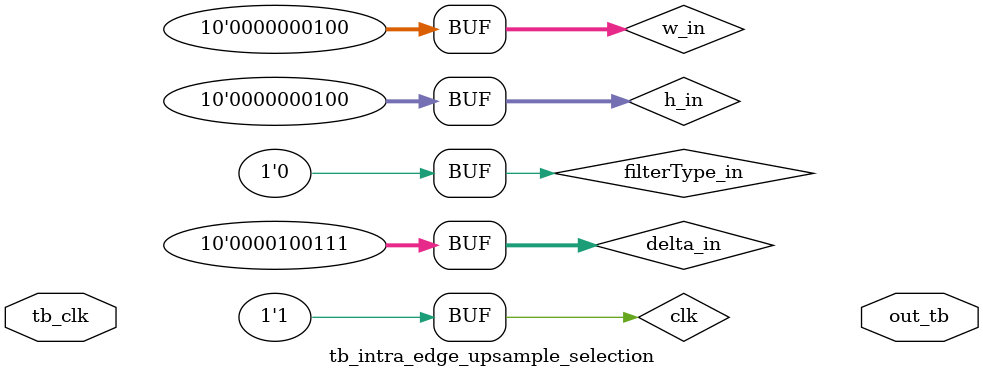
<source format=sv>

`timescale 1ns/1ns

module tb_intra_edge_upsample_selection(
	input 				 tb_clk,
	output logic [9:0] out_tb
);

// define internal registers
logic 				 clk;
logic       		 filterType_in;
logic 		 [9:0] w_in;
logic 		 [9:0] h_in;
logic signed [9:0] delta_in;
logic 	   		 result;


// instantiate the uut
intra_edge_upsample_selection uut(.clk(clk),
											 .w(w_in), 
											 .h(h_in), 
											 .filterType(filterType_in), 
											 .delta(delta_in),
											 .useUpsample(result));

// push data into the module
initial
	begin
		// set all registers to 0
		w_in 			  = 10'd0;
		h_in 			  = 10'd0;
		filterType_in = 1'd0;
		delta_in		  = 10'd0;
		
		// wait 100ns
		w_in = 10'd4;
		h_in = 10'd4;
		filterType_in = 1'd0;
		delta_in = 10'd39;

	end

// always toggle clock every 5ns
always
	begin
		clk = 1'b0;
		#5;
		clk = 1'b1;
		#5;
	end
endmodule : tb_intra_edge_upsample_selection
</source>
